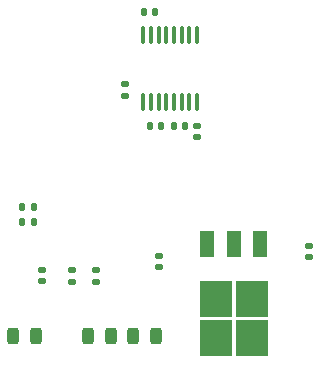
<source format=gtp>
%TF.GenerationSoftware,KiCad,Pcbnew,6.0.6-3a73a75311~116~ubuntu21.10.1*%
%TF.CreationDate,2022-12-30T19:01:54+10:00*%
%TF.ProjectId,SkyEcho2FlarmHat,536b7945-6368-46f3-9246-6c61726d4861,rev?*%
%TF.SameCoordinates,Original*%
%TF.FileFunction,Paste,Top*%
%TF.FilePolarity,Positive*%
%FSLAX46Y46*%
G04 Gerber Fmt 4.6, Leading zero omitted, Abs format (unit mm)*
G04 Created by KiCad (PCBNEW 6.0.6-3a73a75311~116~ubuntu21.10.1) date 2022-12-30 19:01:54*
%MOMM*%
%LPD*%
G01*
G04 APERTURE LIST*
G04 Aperture macros list*
%AMRoundRect*
0 Rectangle with rounded corners*
0 $1 Rounding radius*
0 $2 $3 $4 $5 $6 $7 $8 $9 X,Y pos of 4 corners*
0 Add a 4 corners polygon primitive as box body*
4,1,4,$2,$3,$4,$5,$6,$7,$8,$9,$2,$3,0*
0 Add four circle primitives for the rounded corners*
1,1,$1+$1,$2,$3*
1,1,$1+$1,$4,$5*
1,1,$1+$1,$6,$7*
1,1,$1+$1,$8,$9*
0 Add four rect primitives between the rounded corners*
20,1,$1+$1,$2,$3,$4,$5,0*
20,1,$1+$1,$4,$5,$6,$7,0*
20,1,$1+$1,$6,$7,$8,$9,0*
20,1,$1+$1,$8,$9,$2,$3,0*%
G04 Aperture macros list end*
%ADD10RoundRect,0.140000X-0.170000X0.140000X-0.170000X-0.140000X0.170000X-0.140000X0.170000X0.140000X0*%
%ADD11RoundRect,0.140000X-0.140000X-0.170000X0.140000X-0.170000X0.140000X0.170000X-0.140000X0.170000X0*%
%ADD12RoundRect,0.135000X0.185000X-0.135000X0.185000X0.135000X-0.185000X0.135000X-0.185000X-0.135000X0*%
%ADD13RoundRect,0.140000X0.170000X-0.140000X0.170000X0.140000X-0.170000X0.140000X-0.170000X-0.140000X0*%
%ADD14RoundRect,0.100000X0.100000X-0.637500X0.100000X0.637500X-0.100000X0.637500X-0.100000X-0.637500X0*%
%ADD15RoundRect,0.243750X-0.243750X-0.456250X0.243750X-0.456250X0.243750X0.456250X-0.243750X0.456250X0*%
%ADD16R,2.750000X3.050000*%
%ADD17R,1.200000X2.200000*%
G04 APERTURE END LIST*
D10*
%TO.C,C5*%
X86614000Y-61291000D03*
X86614000Y-62251000D03*
%TD*%
%TO.C,C4*%
X99314000Y-60452000D03*
X99314000Y-61412000D03*
%TD*%
D11*
%TO.C,C3*%
X87912000Y-50292000D03*
X88872000Y-50292000D03*
%TD*%
D12*
%TO.C,R2*%
X81280000Y-63502000D03*
X81280000Y-62482000D03*
%TD*%
D13*
%TO.C,C6*%
X76708000Y-63444000D03*
X76708000Y-62484000D03*
%TD*%
D14*
%TO.C,U2*%
X85327000Y-48328500D03*
X85977000Y-48328500D03*
X86627000Y-48328500D03*
X87277000Y-48328500D03*
X87927000Y-48328500D03*
X88577000Y-48328500D03*
X89227000Y-48328500D03*
X89877000Y-48328500D03*
X89877000Y-42603500D03*
X89227000Y-42603500D03*
X88577000Y-42603500D03*
X87927000Y-42603500D03*
X87277000Y-42603500D03*
X86627000Y-42603500D03*
X85977000Y-42603500D03*
X85327000Y-42603500D03*
%TD*%
D11*
%TO.C,C2*%
X85852000Y-50292000D03*
X86812000Y-50292000D03*
%TD*%
D13*
%TO.C,C8*%
X89888000Y-51252000D03*
X89888000Y-50292000D03*
%TD*%
D11*
%TO.C,C9*%
X75085000Y-58420000D03*
X76045000Y-58420000D03*
%TD*%
D15*
%TO.C,D3*%
X84485000Y-68072000D03*
X86360000Y-68072000D03*
%TD*%
D11*
%TO.C,C1*%
X85372000Y-40640000D03*
X86332000Y-40640000D03*
%TD*%
D15*
%TO.C,D2*%
X80675000Y-68072000D03*
X82550000Y-68072000D03*
%TD*%
%TO.C,D1*%
X74325000Y-68072000D03*
X76200000Y-68072000D03*
%TD*%
D10*
%TO.C,C7*%
X83792000Y-46792000D03*
X83792000Y-47752000D03*
%TD*%
D12*
%TO.C,R1*%
X79248000Y-63502000D03*
X79248000Y-62482000D03*
%TD*%
D11*
%TO.C,C10*%
X75085000Y-57150000D03*
X76045000Y-57150000D03*
%TD*%
D16*
%TO.C,U1*%
X94489000Y-64941000D03*
X91439000Y-68291000D03*
X91439000Y-64941000D03*
X94489000Y-68291000D03*
D17*
X95244000Y-60316000D03*
X92964000Y-60316000D03*
X90684000Y-60316000D03*
%TD*%
M02*

</source>
